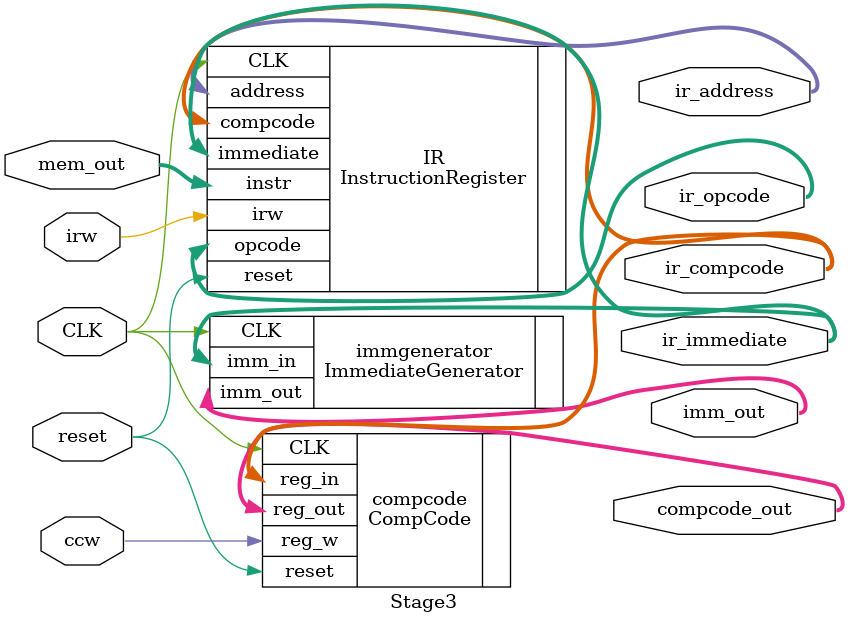
<source format=v>
module Stage3(   
    input [0:0] CLK,
    input [0:0] reset,
    input [0:0] irw,
    input wire [15:0] mem_out,
    input [0:0] ccw, // Comp code write bit
    
    output wire [9:0] ir_address,
    output wire [3:0] ir_opcode,
    output wire [11:0] ir_immediate,
    output wire [1:0] ir_compcode,

    output wire [1:0] compcode_out,
    output wire [15:0] imm_out
);
    //need these for connecting ir with other components
    

    // Instantiate InstructionRegister module
    InstructionRegister IR(
        .reset(reset),
        .CLK(CLK),
        .irw(irw),
        .instr(mem_out),

        .address(ir_address),
        .opcode(ir_opcode),
        .immediate(ir_immediate),
        .compcode(ir_compcode)
    );

    // Instantiate CompCode module
    CompCode compcode(
        .CLK(CLK),
        .reset(reset),
        .reg_in(ir_compcode),
        .reg_w(ccw),
        .reg_out(compcode_out)
    );
    
    // Instantiate ImmediateGenerator module
    ImmediateGenerator immgenerator(
        .imm_in(ir_immediate),
        .CLK(CLK),
        .imm_out(imm_out)
    );
    
endmodule
</source>
